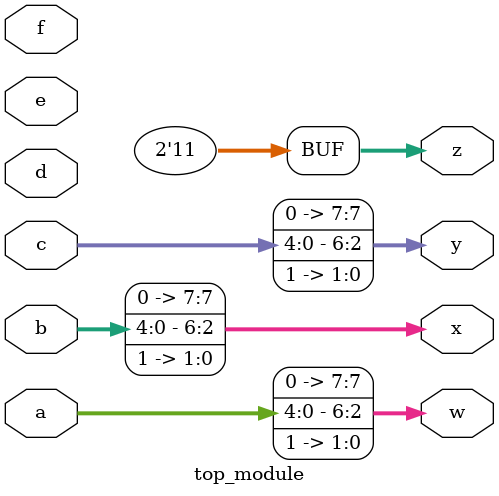
<source format=sv>
module top_module (
	input [4:0] a,
	input [4:0] b,
	input [4:0] c,
	input [4:0] d,
	input [4:0] e,
	input [4:0] f,
	output [7:0] w,
	output [7:0] x,
	output [7:0] y,
	output [7:8] z
);

	assign w = {a, 2'b11};
	assign x = {b, 2'b11};
	assign y = {c, 2'b11};
	assign z = {d, 2'b11};

endmodule

</source>
